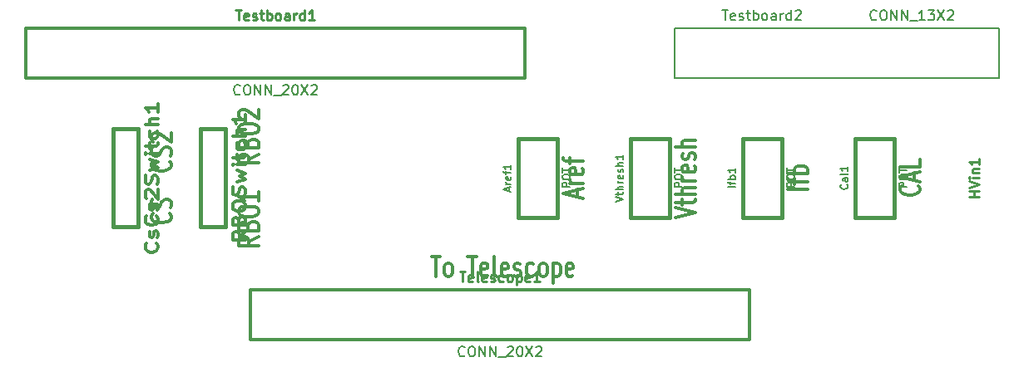
<source format=gto>
G04 (created by PCBNEW-RS274X (2012-01-19 BZR 3256)-stable) date 5/16/2012 3:34:04 PM*
G01*
G70*
G90*
%MOIN*%
G04 Gerber Fmt 3.4, Leading zero omitted, Abs format*
%FSLAX34Y34*%
G04 APERTURE LIST*
%ADD10C,0.006000*%
%ADD11C,0.012000*%
%ADD12C,0.008000*%
%ADD13C,0.015000*%
%ADD14C,0.010000*%
%ADD15C,0.005000*%
G04 APERTURE END LIST*
G54D10*
G54D11*
X62755Y-17654D02*
X63098Y-17654D01*
X62927Y-18454D02*
X62927Y-17654D01*
X63384Y-18454D02*
X63326Y-18416D01*
X63298Y-18378D01*
X63269Y-18301D01*
X63269Y-18073D01*
X63298Y-17997D01*
X63326Y-17959D01*
X63384Y-17920D01*
X63469Y-17920D01*
X63526Y-17959D01*
X63555Y-17997D01*
X63584Y-18073D01*
X63584Y-18301D01*
X63555Y-18378D01*
X63526Y-18416D01*
X63469Y-18454D01*
X63384Y-18454D01*
X64212Y-17654D02*
X64555Y-17654D01*
X64384Y-18454D02*
X64384Y-17654D01*
X64983Y-18416D02*
X64926Y-18454D01*
X64812Y-18454D01*
X64755Y-18416D01*
X64726Y-18340D01*
X64726Y-18035D01*
X64755Y-17959D01*
X64812Y-17920D01*
X64926Y-17920D01*
X64983Y-17959D01*
X65012Y-18035D01*
X65012Y-18111D01*
X64726Y-18187D01*
X65355Y-18454D02*
X65297Y-18416D01*
X65269Y-18340D01*
X65269Y-17654D01*
X65811Y-18416D02*
X65754Y-18454D01*
X65640Y-18454D01*
X65583Y-18416D01*
X65554Y-18340D01*
X65554Y-18035D01*
X65583Y-17959D01*
X65640Y-17920D01*
X65754Y-17920D01*
X65811Y-17959D01*
X65840Y-18035D01*
X65840Y-18111D01*
X65554Y-18187D01*
X66068Y-18416D02*
X66125Y-18454D01*
X66240Y-18454D01*
X66297Y-18416D01*
X66325Y-18340D01*
X66325Y-18301D01*
X66297Y-18225D01*
X66240Y-18187D01*
X66154Y-18187D01*
X66097Y-18149D01*
X66068Y-18073D01*
X66068Y-18035D01*
X66097Y-17959D01*
X66154Y-17920D01*
X66240Y-17920D01*
X66297Y-17959D01*
X66840Y-18416D02*
X66783Y-18454D01*
X66669Y-18454D01*
X66611Y-18416D01*
X66583Y-18378D01*
X66554Y-18301D01*
X66554Y-18073D01*
X66583Y-17997D01*
X66611Y-17959D01*
X66669Y-17920D01*
X66783Y-17920D01*
X66840Y-17959D01*
X67183Y-18454D02*
X67125Y-18416D01*
X67097Y-18378D01*
X67068Y-18301D01*
X67068Y-18073D01*
X67097Y-17997D01*
X67125Y-17959D01*
X67183Y-17920D01*
X67268Y-17920D01*
X67325Y-17959D01*
X67354Y-17997D01*
X67383Y-18073D01*
X67383Y-18301D01*
X67354Y-18378D01*
X67325Y-18416D01*
X67268Y-18454D01*
X67183Y-18454D01*
X67640Y-17920D02*
X67640Y-18720D01*
X67640Y-17959D02*
X67697Y-17920D01*
X67811Y-17920D01*
X67868Y-17959D01*
X67897Y-17997D01*
X67926Y-18073D01*
X67926Y-18301D01*
X67897Y-18378D01*
X67868Y-18416D01*
X67811Y-18454D01*
X67697Y-18454D01*
X67640Y-18416D01*
X68411Y-18416D02*
X68354Y-18454D01*
X68240Y-18454D01*
X68183Y-18416D01*
X68154Y-18340D01*
X68154Y-18035D01*
X68183Y-17959D01*
X68240Y-17920D01*
X68354Y-17920D01*
X68411Y-17959D01*
X68440Y-18035D01*
X68440Y-18111D01*
X68154Y-18187D01*
X52248Y-15927D02*
X52286Y-15956D01*
X52324Y-16042D01*
X52324Y-16099D01*
X52286Y-16184D01*
X52210Y-16242D01*
X52133Y-16270D01*
X51981Y-16299D01*
X51867Y-16299D01*
X51714Y-16270D01*
X51638Y-16242D01*
X51562Y-16184D01*
X51524Y-16099D01*
X51524Y-16042D01*
X51562Y-15956D01*
X51600Y-15927D01*
X52286Y-15699D02*
X52324Y-15613D01*
X52324Y-15470D01*
X52286Y-15413D01*
X52248Y-15384D01*
X52171Y-15356D01*
X52095Y-15356D01*
X52019Y-15384D01*
X51981Y-15413D01*
X51943Y-15470D01*
X51905Y-15584D01*
X51867Y-15642D01*
X51829Y-15670D01*
X51752Y-15699D01*
X51676Y-15699D01*
X51600Y-15670D01*
X51562Y-15642D01*
X51524Y-15584D01*
X51524Y-15442D01*
X51562Y-15356D01*
X52248Y-13842D02*
X52286Y-13871D01*
X52324Y-13957D01*
X52324Y-14014D01*
X52286Y-14099D01*
X52210Y-14157D01*
X52133Y-14185D01*
X51981Y-14214D01*
X51867Y-14214D01*
X51714Y-14185D01*
X51638Y-14157D01*
X51562Y-14099D01*
X51524Y-14014D01*
X51524Y-13957D01*
X51562Y-13871D01*
X51600Y-13842D01*
X52286Y-13614D02*
X52324Y-13528D01*
X52324Y-13385D01*
X52286Y-13328D01*
X52248Y-13299D01*
X52171Y-13271D01*
X52095Y-13271D01*
X52019Y-13299D01*
X51981Y-13328D01*
X51943Y-13385D01*
X51905Y-13499D01*
X51867Y-13557D01*
X51829Y-13585D01*
X51752Y-13614D01*
X51676Y-13614D01*
X51600Y-13585D01*
X51562Y-13557D01*
X51524Y-13499D01*
X51524Y-13357D01*
X51562Y-13271D01*
X51600Y-13043D02*
X51562Y-13014D01*
X51524Y-12957D01*
X51524Y-12814D01*
X51562Y-12757D01*
X51600Y-12728D01*
X51676Y-12700D01*
X51752Y-12700D01*
X51867Y-12728D01*
X52324Y-13071D01*
X52324Y-12700D01*
X55824Y-16871D02*
X55443Y-17071D01*
X55824Y-17214D02*
X55024Y-17214D01*
X55024Y-16986D01*
X55062Y-16928D01*
X55100Y-16900D01*
X55176Y-16871D01*
X55290Y-16871D01*
X55367Y-16900D01*
X55405Y-16928D01*
X55443Y-16986D01*
X55443Y-17214D01*
X55405Y-16414D02*
X55443Y-16328D01*
X55481Y-16300D01*
X55557Y-16271D01*
X55671Y-16271D01*
X55748Y-16300D01*
X55786Y-16328D01*
X55824Y-16386D01*
X55824Y-16614D01*
X55024Y-16614D01*
X55024Y-16414D01*
X55062Y-16357D01*
X55100Y-16328D01*
X55176Y-16300D01*
X55252Y-16300D01*
X55329Y-16328D01*
X55367Y-16357D01*
X55405Y-16414D01*
X55405Y-16614D01*
X55024Y-15900D02*
X55024Y-15786D01*
X55062Y-15728D01*
X55138Y-15671D01*
X55290Y-15643D01*
X55557Y-15643D01*
X55710Y-15671D01*
X55786Y-15728D01*
X55824Y-15786D01*
X55824Y-15900D01*
X55786Y-15957D01*
X55710Y-16014D01*
X55557Y-16043D01*
X55290Y-16043D01*
X55138Y-16014D01*
X55062Y-15957D01*
X55024Y-15900D01*
X55824Y-15071D02*
X55824Y-15414D01*
X55824Y-15242D02*
X55024Y-15242D01*
X55138Y-15299D01*
X55214Y-15357D01*
X55252Y-15414D01*
X55824Y-13557D02*
X55443Y-13757D01*
X55824Y-13900D02*
X55024Y-13900D01*
X55024Y-13672D01*
X55062Y-13614D01*
X55100Y-13586D01*
X55176Y-13557D01*
X55290Y-13557D01*
X55367Y-13586D01*
X55405Y-13614D01*
X55443Y-13672D01*
X55443Y-13900D01*
X55405Y-13100D02*
X55443Y-13014D01*
X55481Y-12986D01*
X55557Y-12957D01*
X55671Y-12957D01*
X55748Y-12986D01*
X55786Y-13014D01*
X55824Y-13072D01*
X55824Y-13300D01*
X55024Y-13300D01*
X55024Y-13100D01*
X55062Y-13043D01*
X55100Y-13014D01*
X55176Y-12986D01*
X55252Y-12986D01*
X55329Y-13014D01*
X55367Y-13043D01*
X55405Y-13100D01*
X55405Y-13300D01*
X55024Y-12586D02*
X55024Y-12472D01*
X55062Y-12414D01*
X55138Y-12357D01*
X55290Y-12329D01*
X55557Y-12329D01*
X55710Y-12357D01*
X55786Y-12414D01*
X55824Y-12472D01*
X55824Y-12586D01*
X55786Y-12643D01*
X55710Y-12700D01*
X55557Y-12729D01*
X55290Y-12729D01*
X55138Y-12700D01*
X55062Y-12643D01*
X55024Y-12586D01*
X55100Y-12100D02*
X55062Y-12071D01*
X55024Y-12014D01*
X55024Y-11871D01*
X55062Y-11814D01*
X55100Y-11785D01*
X55176Y-11757D01*
X55252Y-11757D01*
X55367Y-11785D01*
X55824Y-12128D01*
X55824Y-11757D01*
X68595Y-15257D02*
X68595Y-14971D01*
X68824Y-15314D02*
X68024Y-15114D01*
X68824Y-14914D01*
X68824Y-14714D02*
X68290Y-14714D01*
X68443Y-14714D02*
X68367Y-14686D01*
X68329Y-14657D01*
X68290Y-14600D01*
X68290Y-14543D01*
X68786Y-14115D02*
X68824Y-14172D01*
X68824Y-14286D01*
X68786Y-14343D01*
X68710Y-14372D01*
X68405Y-14372D01*
X68329Y-14343D01*
X68290Y-14286D01*
X68290Y-14172D01*
X68329Y-14115D01*
X68405Y-14086D01*
X68481Y-14086D01*
X68557Y-14372D01*
X68290Y-13915D02*
X68290Y-13686D01*
X68824Y-13829D02*
X68138Y-13829D01*
X68062Y-13801D01*
X68024Y-13743D01*
X68024Y-13686D01*
X82248Y-14814D02*
X82286Y-14843D01*
X82324Y-14929D01*
X82324Y-14986D01*
X82286Y-15071D01*
X82210Y-15129D01*
X82133Y-15157D01*
X81981Y-15186D01*
X81867Y-15186D01*
X81714Y-15157D01*
X81638Y-15129D01*
X81562Y-15071D01*
X81524Y-14986D01*
X81524Y-14929D01*
X81562Y-14843D01*
X81600Y-14814D01*
X82095Y-14586D02*
X82095Y-14300D01*
X82324Y-14643D02*
X81524Y-14443D01*
X82324Y-14243D01*
X82324Y-13757D02*
X82324Y-14043D01*
X81524Y-14043D01*
X77824Y-14943D02*
X77024Y-14943D01*
X77290Y-14743D02*
X77290Y-14514D01*
X77824Y-14657D02*
X77138Y-14657D01*
X77062Y-14629D01*
X77024Y-14571D01*
X77024Y-14514D01*
X77824Y-14314D02*
X77024Y-14314D01*
X77329Y-14314D02*
X77290Y-14257D01*
X77290Y-14143D01*
X77329Y-14086D01*
X77367Y-14057D01*
X77443Y-14028D01*
X77671Y-14028D01*
X77748Y-14057D01*
X77786Y-14086D01*
X77824Y-14143D01*
X77824Y-14257D01*
X77786Y-14314D01*
X72524Y-16100D02*
X73324Y-15900D01*
X72524Y-15700D01*
X72790Y-15586D02*
X72790Y-15357D01*
X72524Y-15500D02*
X73210Y-15500D01*
X73286Y-15472D01*
X73324Y-15414D01*
X73324Y-15357D01*
X73324Y-15157D02*
X72524Y-15157D01*
X73324Y-14900D02*
X72905Y-14900D01*
X72829Y-14929D01*
X72790Y-14986D01*
X72790Y-15071D01*
X72829Y-15129D01*
X72867Y-15157D01*
X73324Y-14614D02*
X72790Y-14614D01*
X72943Y-14614D02*
X72867Y-14586D01*
X72829Y-14557D01*
X72790Y-14500D01*
X72790Y-14443D01*
X73286Y-14015D02*
X73324Y-14072D01*
X73324Y-14186D01*
X73286Y-14243D01*
X73210Y-14272D01*
X72905Y-14272D01*
X72829Y-14243D01*
X72790Y-14186D01*
X72790Y-14072D01*
X72829Y-14015D01*
X72905Y-13986D01*
X72981Y-13986D01*
X73057Y-14272D01*
X73286Y-13758D02*
X73324Y-13701D01*
X73324Y-13586D01*
X73286Y-13529D01*
X73210Y-13501D01*
X73171Y-13501D01*
X73095Y-13529D01*
X73057Y-13586D01*
X73057Y-13672D01*
X73019Y-13729D01*
X72943Y-13758D01*
X72905Y-13758D01*
X72829Y-13729D01*
X72790Y-13672D01*
X72790Y-13586D01*
X72829Y-13529D01*
X73324Y-13243D02*
X72524Y-13243D01*
X73324Y-12986D02*
X72905Y-12986D01*
X72829Y-13015D01*
X72790Y-13072D01*
X72790Y-13157D01*
X72829Y-13215D01*
X72867Y-13243D01*
G54D12*
X72500Y-10500D02*
X85500Y-10500D01*
X85500Y-08500D02*
X72500Y-08500D01*
X72500Y-08500D02*
X72500Y-10500D01*
X85500Y-10500D02*
X85500Y-08500D01*
G54D11*
X66500Y-10500D02*
X46500Y-10500D01*
X66500Y-08500D02*
X46500Y-08500D01*
X66500Y-08500D02*
X66500Y-10500D01*
X46500Y-08500D02*
X46500Y-10500D01*
G54D13*
X50008Y-16469D02*
X50008Y-12531D01*
X50008Y-12531D02*
X50992Y-12531D01*
X50992Y-12531D02*
X50992Y-16469D01*
X50992Y-16469D02*
X50008Y-16469D01*
X53508Y-16469D02*
X53508Y-12531D01*
X53508Y-12531D02*
X54492Y-12531D01*
X54492Y-12531D02*
X54492Y-16469D01*
X54492Y-16469D02*
X53508Y-16469D01*
G54D11*
X75500Y-21000D02*
X55500Y-21000D01*
X75500Y-19000D02*
X55500Y-19000D01*
X75500Y-19000D02*
X75500Y-21000D01*
X55500Y-19000D02*
X55500Y-21000D01*
G54D13*
X67591Y-12925D02*
X67787Y-12925D01*
X67787Y-12925D02*
X67787Y-16075D01*
X67787Y-16075D02*
X67591Y-16075D01*
X66213Y-16075D02*
X66213Y-12925D01*
X66213Y-12925D02*
X67591Y-12925D01*
X67787Y-12925D02*
X67787Y-16075D01*
X67591Y-16075D02*
X66213Y-16075D01*
X81091Y-12925D02*
X81287Y-12925D01*
X81287Y-12925D02*
X81287Y-16075D01*
X81287Y-16075D02*
X81091Y-16075D01*
X79713Y-16075D02*
X79713Y-12925D01*
X79713Y-12925D02*
X81091Y-12925D01*
X81287Y-12925D02*
X81287Y-16075D01*
X81091Y-16075D02*
X79713Y-16075D01*
X76591Y-12925D02*
X76787Y-12925D01*
X76787Y-12925D02*
X76787Y-16075D01*
X76787Y-16075D02*
X76591Y-16075D01*
X75213Y-16075D02*
X75213Y-12925D01*
X75213Y-12925D02*
X76591Y-12925D01*
X76787Y-12925D02*
X76787Y-16075D01*
X76591Y-16075D02*
X75213Y-16075D01*
X72091Y-12925D02*
X72287Y-12925D01*
X72287Y-12925D02*
X72287Y-16075D01*
X72287Y-16075D02*
X72091Y-16075D01*
X70713Y-16075D02*
X70713Y-12925D01*
X70713Y-12925D02*
X72091Y-12925D01*
X72287Y-12925D02*
X72287Y-16075D01*
X72091Y-16075D02*
X70713Y-16075D01*
G54D12*
X74399Y-07762D02*
X74628Y-07762D01*
X74513Y-08162D02*
X74513Y-07762D01*
X74914Y-08143D02*
X74876Y-08162D01*
X74799Y-08162D01*
X74761Y-08143D01*
X74742Y-08105D01*
X74742Y-07952D01*
X74761Y-07914D01*
X74799Y-07895D01*
X74876Y-07895D01*
X74914Y-07914D01*
X74933Y-07952D01*
X74933Y-07990D01*
X74742Y-08029D01*
X75085Y-08143D02*
X75123Y-08162D01*
X75199Y-08162D01*
X75238Y-08143D01*
X75257Y-08105D01*
X75257Y-08086D01*
X75238Y-08048D01*
X75199Y-08029D01*
X75142Y-08029D01*
X75104Y-08010D01*
X75085Y-07971D01*
X75085Y-07952D01*
X75104Y-07914D01*
X75142Y-07895D01*
X75199Y-07895D01*
X75238Y-07914D01*
X75371Y-07895D02*
X75523Y-07895D01*
X75428Y-07762D02*
X75428Y-08105D01*
X75447Y-08143D01*
X75485Y-08162D01*
X75523Y-08162D01*
X75657Y-08162D02*
X75657Y-07762D01*
X75657Y-07914D02*
X75695Y-07895D01*
X75772Y-07895D01*
X75810Y-07914D01*
X75829Y-07933D01*
X75848Y-07971D01*
X75848Y-08086D01*
X75829Y-08124D01*
X75810Y-08143D01*
X75772Y-08162D01*
X75695Y-08162D01*
X75657Y-08143D01*
X76076Y-08162D02*
X76038Y-08143D01*
X76019Y-08124D01*
X76000Y-08086D01*
X76000Y-07971D01*
X76019Y-07933D01*
X76038Y-07914D01*
X76076Y-07895D01*
X76134Y-07895D01*
X76172Y-07914D01*
X76191Y-07933D01*
X76210Y-07971D01*
X76210Y-08086D01*
X76191Y-08124D01*
X76172Y-08143D01*
X76134Y-08162D01*
X76076Y-08162D01*
X76553Y-08162D02*
X76553Y-07952D01*
X76534Y-07914D01*
X76496Y-07895D01*
X76419Y-07895D01*
X76381Y-07914D01*
X76553Y-08143D02*
X76515Y-08162D01*
X76419Y-08162D01*
X76381Y-08143D01*
X76362Y-08105D01*
X76362Y-08067D01*
X76381Y-08029D01*
X76419Y-08010D01*
X76515Y-08010D01*
X76553Y-07990D01*
X76743Y-08162D02*
X76743Y-07895D01*
X76743Y-07971D02*
X76762Y-07933D01*
X76781Y-07914D01*
X76819Y-07895D01*
X76858Y-07895D01*
X77163Y-08162D02*
X77163Y-07762D01*
X77163Y-08143D02*
X77125Y-08162D01*
X77048Y-08162D01*
X77010Y-08143D01*
X76991Y-08124D01*
X76972Y-08086D01*
X76972Y-07971D01*
X76991Y-07933D01*
X77010Y-07914D01*
X77048Y-07895D01*
X77125Y-07895D01*
X77163Y-07914D01*
X77334Y-07800D02*
X77353Y-07781D01*
X77391Y-07762D01*
X77487Y-07762D01*
X77525Y-07781D01*
X77544Y-07800D01*
X77563Y-07838D01*
X77563Y-07876D01*
X77544Y-07933D01*
X77315Y-08162D01*
X77563Y-08162D01*
X80581Y-08124D02*
X80562Y-08143D01*
X80505Y-08162D01*
X80467Y-08162D01*
X80409Y-08143D01*
X80371Y-08105D01*
X80352Y-08067D01*
X80333Y-07990D01*
X80333Y-07933D01*
X80352Y-07857D01*
X80371Y-07819D01*
X80409Y-07781D01*
X80467Y-07762D01*
X80505Y-07762D01*
X80562Y-07781D01*
X80581Y-07800D01*
X80828Y-07762D02*
X80905Y-07762D01*
X80943Y-07781D01*
X80981Y-07819D01*
X81000Y-07895D01*
X81000Y-08029D01*
X80981Y-08105D01*
X80943Y-08143D01*
X80905Y-08162D01*
X80828Y-08162D01*
X80790Y-08143D01*
X80752Y-08105D01*
X80733Y-08029D01*
X80733Y-07895D01*
X80752Y-07819D01*
X80790Y-07781D01*
X80828Y-07762D01*
X81171Y-08162D02*
X81171Y-07762D01*
X81400Y-08162D01*
X81400Y-07762D01*
X81590Y-08162D02*
X81590Y-07762D01*
X81819Y-08162D01*
X81819Y-07762D01*
X81914Y-08200D02*
X82219Y-08200D01*
X82524Y-08162D02*
X82295Y-08162D01*
X82409Y-08162D02*
X82409Y-07762D01*
X82371Y-07819D01*
X82333Y-07857D01*
X82295Y-07876D01*
X82657Y-07762D02*
X82905Y-07762D01*
X82771Y-07914D01*
X82829Y-07914D01*
X82867Y-07933D01*
X82886Y-07952D01*
X82905Y-07990D01*
X82905Y-08086D01*
X82886Y-08124D01*
X82867Y-08143D01*
X82829Y-08162D01*
X82714Y-08162D01*
X82676Y-08143D01*
X82657Y-08124D01*
X83038Y-07762D02*
X83305Y-08162D01*
X83305Y-07762D02*
X83038Y-08162D01*
X83438Y-07800D02*
X83457Y-07781D01*
X83495Y-07762D01*
X83591Y-07762D01*
X83629Y-07781D01*
X83648Y-07800D01*
X83667Y-07838D01*
X83667Y-07876D01*
X83648Y-07933D01*
X83419Y-08162D01*
X83667Y-08162D01*
G54D14*
X54899Y-07762D02*
X55128Y-07762D01*
X55013Y-08162D02*
X55013Y-07762D01*
X55414Y-08143D02*
X55376Y-08162D01*
X55299Y-08162D01*
X55261Y-08143D01*
X55242Y-08105D01*
X55242Y-07952D01*
X55261Y-07914D01*
X55299Y-07895D01*
X55376Y-07895D01*
X55414Y-07914D01*
X55433Y-07952D01*
X55433Y-07990D01*
X55242Y-08029D01*
X55585Y-08143D02*
X55623Y-08162D01*
X55699Y-08162D01*
X55738Y-08143D01*
X55757Y-08105D01*
X55757Y-08086D01*
X55738Y-08048D01*
X55699Y-08029D01*
X55642Y-08029D01*
X55604Y-08010D01*
X55585Y-07971D01*
X55585Y-07952D01*
X55604Y-07914D01*
X55642Y-07895D01*
X55699Y-07895D01*
X55738Y-07914D01*
X55871Y-07895D02*
X56023Y-07895D01*
X55928Y-07762D02*
X55928Y-08105D01*
X55947Y-08143D01*
X55985Y-08162D01*
X56023Y-08162D01*
X56157Y-08162D02*
X56157Y-07762D01*
X56157Y-07914D02*
X56195Y-07895D01*
X56272Y-07895D01*
X56310Y-07914D01*
X56329Y-07933D01*
X56348Y-07971D01*
X56348Y-08086D01*
X56329Y-08124D01*
X56310Y-08143D01*
X56272Y-08162D01*
X56195Y-08162D01*
X56157Y-08143D01*
X56576Y-08162D02*
X56538Y-08143D01*
X56519Y-08124D01*
X56500Y-08086D01*
X56500Y-07971D01*
X56519Y-07933D01*
X56538Y-07914D01*
X56576Y-07895D01*
X56634Y-07895D01*
X56672Y-07914D01*
X56691Y-07933D01*
X56710Y-07971D01*
X56710Y-08086D01*
X56691Y-08124D01*
X56672Y-08143D01*
X56634Y-08162D01*
X56576Y-08162D01*
X57053Y-08162D02*
X57053Y-07952D01*
X57034Y-07914D01*
X56996Y-07895D01*
X56919Y-07895D01*
X56881Y-07914D01*
X57053Y-08143D02*
X57015Y-08162D01*
X56919Y-08162D01*
X56881Y-08143D01*
X56862Y-08105D01*
X56862Y-08067D01*
X56881Y-08029D01*
X56919Y-08010D01*
X57015Y-08010D01*
X57053Y-07990D01*
X57243Y-08162D02*
X57243Y-07895D01*
X57243Y-07971D02*
X57262Y-07933D01*
X57281Y-07914D01*
X57319Y-07895D01*
X57358Y-07895D01*
X57663Y-08162D02*
X57663Y-07762D01*
X57663Y-08143D02*
X57625Y-08162D01*
X57548Y-08162D01*
X57510Y-08143D01*
X57491Y-08124D01*
X57472Y-08086D01*
X57472Y-07971D01*
X57491Y-07933D01*
X57510Y-07914D01*
X57548Y-07895D01*
X57625Y-07895D01*
X57663Y-07914D01*
X58063Y-08162D02*
X57834Y-08162D01*
X57948Y-08162D02*
X57948Y-07762D01*
X57910Y-07819D01*
X57872Y-07857D01*
X57834Y-07876D01*
G54D12*
X55081Y-11124D02*
X55062Y-11143D01*
X55005Y-11162D01*
X54967Y-11162D01*
X54909Y-11143D01*
X54871Y-11105D01*
X54852Y-11067D01*
X54833Y-10990D01*
X54833Y-10933D01*
X54852Y-10857D01*
X54871Y-10819D01*
X54909Y-10781D01*
X54967Y-10762D01*
X55005Y-10762D01*
X55062Y-10781D01*
X55081Y-10800D01*
X55328Y-10762D02*
X55405Y-10762D01*
X55443Y-10781D01*
X55481Y-10819D01*
X55500Y-10895D01*
X55500Y-11029D01*
X55481Y-11105D01*
X55443Y-11143D01*
X55405Y-11162D01*
X55328Y-11162D01*
X55290Y-11143D01*
X55252Y-11105D01*
X55233Y-11029D01*
X55233Y-10895D01*
X55252Y-10819D01*
X55290Y-10781D01*
X55328Y-10762D01*
X55671Y-11162D02*
X55671Y-10762D01*
X55900Y-11162D01*
X55900Y-10762D01*
X56090Y-11162D02*
X56090Y-10762D01*
X56319Y-11162D01*
X56319Y-10762D01*
X56414Y-11200D02*
X56719Y-11200D01*
X56795Y-10800D02*
X56814Y-10781D01*
X56852Y-10762D01*
X56948Y-10762D01*
X56986Y-10781D01*
X57005Y-10800D01*
X57024Y-10838D01*
X57024Y-10876D01*
X57005Y-10933D01*
X56776Y-11162D01*
X57024Y-11162D01*
X57271Y-10762D02*
X57310Y-10762D01*
X57348Y-10781D01*
X57367Y-10800D01*
X57386Y-10838D01*
X57405Y-10914D01*
X57405Y-11010D01*
X57386Y-11086D01*
X57367Y-11124D01*
X57348Y-11143D01*
X57310Y-11162D01*
X57271Y-11162D01*
X57233Y-11143D01*
X57214Y-11124D01*
X57195Y-11086D01*
X57176Y-11010D01*
X57176Y-10914D01*
X57195Y-10838D01*
X57214Y-10800D01*
X57233Y-10781D01*
X57271Y-10762D01*
X57538Y-10762D02*
X57805Y-11162D01*
X57805Y-10762D02*
X57538Y-11162D01*
X57938Y-10800D02*
X57957Y-10781D01*
X57995Y-10762D01*
X58091Y-10762D01*
X58129Y-10781D01*
X58148Y-10800D01*
X58167Y-10838D01*
X58167Y-10876D01*
X58148Y-10933D01*
X57919Y-11162D01*
X58167Y-11162D01*
G54D11*
X51738Y-17114D02*
X51762Y-17143D01*
X51785Y-17229D01*
X51785Y-17286D01*
X51762Y-17371D01*
X51714Y-17429D01*
X51666Y-17457D01*
X51571Y-17486D01*
X51500Y-17486D01*
X51404Y-17457D01*
X51357Y-17429D01*
X51309Y-17371D01*
X51285Y-17286D01*
X51285Y-17229D01*
X51309Y-17143D01*
X51333Y-17114D01*
X51762Y-16886D02*
X51785Y-16829D01*
X51785Y-16714D01*
X51762Y-16657D01*
X51714Y-16629D01*
X51690Y-16629D01*
X51643Y-16657D01*
X51619Y-16714D01*
X51619Y-16800D01*
X51595Y-16857D01*
X51547Y-16886D01*
X51523Y-16886D01*
X51476Y-16857D01*
X51452Y-16800D01*
X51452Y-16714D01*
X51476Y-16657D01*
X51738Y-16028D02*
X51762Y-16057D01*
X51785Y-16143D01*
X51785Y-16200D01*
X51762Y-16285D01*
X51714Y-16343D01*
X51666Y-16371D01*
X51571Y-16400D01*
X51500Y-16400D01*
X51404Y-16371D01*
X51357Y-16343D01*
X51309Y-16285D01*
X51285Y-16200D01*
X51285Y-16143D01*
X51309Y-16057D01*
X51333Y-16028D01*
X51762Y-15800D02*
X51785Y-15743D01*
X51785Y-15628D01*
X51762Y-15571D01*
X51714Y-15543D01*
X51690Y-15543D01*
X51643Y-15571D01*
X51619Y-15628D01*
X51619Y-15714D01*
X51595Y-15771D01*
X51547Y-15800D01*
X51523Y-15800D01*
X51476Y-15771D01*
X51452Y-15714D01*
X51452Y-15628D01*
X51476Y-15571D01*
X51333Y-15314D02*
X51309Y-15285D01*
X51285Y-15228D01*
X51285Y-15085D01*
X51309Y-15028D01*
X51333Y-14999D01*
X51381Y-14971D01*
X51428Y-14971D01*
X51500Y-14999D01*
X51785Y-15342D01*
X51785Y-14971D01*
X51762Y-14743D02*
X51785Y-14657D01*
X51785Y-14514D01*
X51762Y-14457D01*
X51738Y-14428D01*
X51690Y-14400D01*
X51643Y-14400D01*
X51595Y-14428D01*
X51571Y-14457D01*
X51547Y-14514D01*
X51523Y-14628D01*
X51500Y-14686D01*
X51476Y-14714D01*
X51428Y-14743D01*
X51381Y-14743D01*
X51333Y-14714D01*
X51309Y-14686D01*
X51285Y-14628D01*
X51285Y-14486D01*
X51309Y-14400D01*
X51452Y-14200D02*
X51785Y-14086D01*
X51547Y-13972D01*
X51785Y-13857D01*
X51452Y-13743D01*
X51785Y-13514D02*
X51452Y-13514D01*
X51285Y-13514D02*
X51309Y-13543D01*
X51333Y-13514D01*
X51309Y-13486D01*
X51285Y-13514D01*
X51333Y-13514D01*
X51452Y-13314D02*
X51452Y-13085D01*
X51285Y-13228D02*
X51714Y-13228D01*
X51762Y-13200D01*
X51785Y-13142D01*
X51785Y-13085D01*
X51762Y-12628D02*
X51785Y-12685D01*
X51785Y-12799D01*
X51762Y-12857D01*
X51738Y-12885D01*
X51690Y-12914D01*
X51547Y-12914D01*
X51500Y-12885D01*
X51476Y-12857D01*
X51452Y-12799D01*
X51452Y-12685D01*
X51476Y-12628D01*
X51785Y-12371D02*
X51285Y-12371D01*
X51785Y-12114D02*
X51523Y-12114D01*
X51476Y-12143D01*
X51452Y-12200D01*
X51452Y-12285D01*
X51476Y-12343D01*
X51500Y-12371D01*
X51785Y-11514D02*
X51785Y-11857D01*
X51785Y-11685D02*
X51285Y-11685D01*
X51357Y-11742D01*
X51404Y-11800D01*
X51428Y-11857D01*
X55285Y-16657D02*
X55047Y-16857D01*
X55285Y-17000D02*
X54785Y-17000D01*
X54785Y-16772D01*
X54809Y-16714D01*
X54833Y-16686D01*
X54881Y-16657D01*
X54952Y-16657D01*
X55000Y-16686D01*
X55023Y-16714D01*
X55047Y-16772D01*
X55047Y-17000D01*
X55023Y-16200D02*
X55047Y-16114D01*
X55071Y-16086D01*
X55119Y-16057D01*
X55190Y-16057D01*
X55238Y-16086D01*
X55262Y-16114D01*
X55285Y-16172D01*
X55285Y-16400D01*
X54785Y-16400D01*
X54785Y-16200D01*
X54809Y-16143D01*
X54833Y-16114D01*
X54881Y-16086D01*
X54928Y-16086D01*
X54976Y-16114D01*
X55000Y-16143D01*
X55023Y-16200D01*
X55023Y-16400D01*
X54785Y-15686D02*
X54785Y-15572D01*
X54809Y-15514D01*
X54857Y-15457D01*
X54952Y-15429D01*
X55119Y-15429D01*
X55214Y-15457D01*
X55262Y-15514D01*
X55285Y-15572D01*
X55285Y-15686D01*
X55262Y-15743D01*
X55214Y-15800D01*
X55119Y-15829D01*
X54952Y-15829D01*
X54857Y-15800D01*
X54809Y-15743D01*
X54785Y-15686D01*
X55262Y-15200D02*
X55285Y-15114D01*
X55285Y-14971D01*
X55262Y-14914D01*
X55238Y-14885D01*
X55190Y-14857D01*
X55143Y-14857D01*
X55095Y-14885D01*
X55071Y-14914D01*
X55047Y-14971D01*
X55023Y-15085D01*
X55000Y-15143D01*
X54976Y-15171D01*
X54928Y-15200D01*
X54881Y-15200D01*
X54833Y-15171D01*
X54809Y-15143D01*
X54785Y-15085D01*
X54785Y-14943D01*
X54809Y-14857D01*
X54952Y-14657D02*
X55285Y-14543D01*
X55047Y-14429D01*
X55285Y-14314D01*
X54952Y-14200D01*
X55285Y-13971D02*
X54952Y-13971D01*
X54785Y-13971D02*
X54809Y-14000D01*
X54833Y-13971D01*
X54809Y-13943D01*
X54785Y-13971D01*
X54833Y-13971D01*
X54952Y-13771D02*
X54952Y-13542D01*
X54785Y-13685D02*
X55214Y-13685D01*
X55262Y-13657D01*
X55285Y-13599D01*
X55285Y-13542D01*
X55262Y-13085D02*
X55285Y-13142D01*
X55285Y-13256D01*
X55262Y-13314D01*
X55238Y-13342D01*
X55190Y-13371D01*
X55047Y-13371D01*
X55000Y-13342D01*
X54976Y-13314D01*
X54952Y-13256D01*
X54952Y-13142D01*
X54976Y-13085D01*
X55285Y-12828D02*
X54785Y-12828D01*
X55285Y-12571D02*
X55023Y-12571D01*
X54976Y-12600D01*
X54952Y-12657D01*
X54952Y-12742D01*
X54976Y-12800D01*
X55000Y-12828D01*
X55285Y-11971D02*
X55285Y-12314D01*
X55285Y-12142D02*
X54785Y-12142D01*
X54857Y-12199D01*
X54904Y-12257D01*
X54928Y-12314D01*
G54D14*
X63880Y-18262D02*
X64109Y-18262D01*
X63994Y-18662D02*
X63994Y-18262D01*
X64395Y-18643D02*
X64357Y-18662D01*
X64280Y-18662D01*
X64242Y-18643D01*
X64223Y-18605D01*
X64223Y-18452D01*
X64242Y-18414D01*
X64280Y-18395D01*
X64357Y-18395D01*
X64395Y-18414D01*
X64414Y-18452D01*
X64414Y-18490D01*
X64223Y-18529D01*
X64642Y-18662D02*
X64604Y-18643D01*
X64585Y-18605D01*
X64585Y-18262D01*
X64948Y-18643D02*
X64910Y-18662D01*
X64833Y-18662D01*
X64795Y-18643D01*
X64776Y-18605D01*
X64776Y-18452D01*
X64795Y-18414D01*
X64833Y-18395D01*
X64910Y-18395D01*
X64948Y-18414D01*
X64967Y-18452D01*
X64967Y-18490D01*
X64776Y-18529D01*
X65119Y-18643D02*
X65157Y-18662D01*
X65233Y-18662D01*
X65272Y-18643D01*
X65291Y-18605D01*
X65291Y-18586D01*
X65272Y-18548D01*
X65233Y-18529D01*
X65176Y-18529D01*
X65138Y-18510D01*
X65119Y-18471D01*
X65119Y-18452D01*
X65138Y-18414D01*
X65176Y-18395D01*
X65233Y-18395D01*
X65272Y-18414D01*
X65634Y-18643D02*
X65596Y-18662D01*
X65519Y-18662D01*
X65481Y-18643D01*
X65462Y-18624D01*
X65443Y-18586D01*
X65443Y-18471D01*
X65462Y-18433D01*
X65481Y-18414D01*
X65519Y-18395D01*
X65596Y-18395D01*
X65634Y-18414D01*
X65862Y-18662D02*
X65824Y-18643D01*
X65805Y-18624D01*
X65786Y-18586D01*
X65786Y-18471D01*
X65805Y-18433D01*
X65824Y-18414D01*
X65862Y-18395D01*
X65920Y-18395D01*
X65958Y-18414D01*
X65977Y-18433D01*
X65996Y-18471D01*
X65996Y-18586D01*
X65977Y-18624D01*
X65958Y-18643D01*
X65920Y-18662D01*
X65862Y-18662D01*
X66167Y-18395D02*
X66167Y-18795D01*
X66167Y-18414D02*
X66205Y-18395D01*
X66282Y-18395D01*
X66320Y-18414D01*
X66339Y-18433D01*
X66358Y-18471D01*
X66358Y-18586D01*
X66339Y-18624D01*
X66320Y-18643D01*
X66282Y-18662D01*
X66205Y-18662D01*
X66167Y-18643D01*
X66682Y-18643D02*
X66644Y-18662D01*
X66567Y-18662D01*
X66529Y-18643D01*
X66510Y-18605D01*
X66510Y-18452D01*
X66529Y-18414D01*
X66567Y-18395D01*
X66644Y-18395D01*
X66682Y-18414D01*
X66701Y-18452D01*
X66701Y-18490D01*
X66510Y-18529D01*
X67082Y-18662D02*
X66853Y-18662D01*
X66967Y-18662D02*
X66967Y-18262D01*
X66929Y-18319D01*
X66891Y-18357D01*
X66853Y-18376D01*
G54D12*
X64081Y-21624D02*
X64062Y-21643D01*
X64005Y-21662D01*
X63967Y-21662D01*
X63909Y-21643D01*
X63871Y-21605D01*
X63852Y-21567D01*
X63833Y-21490D01*
X63833Y-21433D01*
X63852Y-21357D01*
X63871Y-21319D01*
X63909Y-21281D01*
X63967Y-21262D01*
X64005Y-21262D01*
X64062Y-21281D01*
X64081Y-21300D01*
X64328Y-21262D02*
X64405Y-21262D01*
X64443Y-21281D01*
X64481Y-21319D01*
X64500Y-21395D01*
X64500Y-21529D01*
X64481Y-21605D01*
X64443Y-21643D01*
X64405Y-21662D01*
X64328Y-21662D01*
X64290Y-21643D01*
X64252Y-21605D01*
X64233Y-21529D01*
X64233Y-21395D01*
X64252Y-21319D01*
X64290Y-21281D01*
X64328Y-21262D01*
X64671Y-21662D02*
X64671Y-21262D01*
X64900Y-21662D01*
X64900Y-21262D01*
X65090Y-21662D02*
X65090Y-21262D01*
X65319Y-21662D01*
X65319Y-21262D01*
X65414Y-21700D02*
X65719Y-21700D01*
X65795Y-21300D02*
X65814Y-21281D01*
X65852Y-21262D01*
X65948Y-21262D01*
X65986Y-21281D01*
X66005Y-21300D01*
X66024Y-21338D01*
X66024Y-21376D01*
X66005Y-21433D01*
X65776Y-21662D01*
X66024Y-21662D01*
X66271Y-21262D02*
X66310Y-21262D01*
X66348Y-21281D01*
X66367Y-21300D01*
X66386Y-21338D01*
X66405Y-21414D01*
X66405Y-21510D01*
X66386Y-21586D01*
X66367Y-21624D01*
X66348Y-21643D01*
X66310Y-21662D01*
X66271Y-21662D01*
X66233Y-21643D01*
X66214Y-21624D01*
X66195Y-21586D01*
X66176Y-21510D01*
X66176Y-21414D01*
X66195Y-21338D01*
X66214Y-21300D01*
X66233Y-21281D01*
X66271Y-21262D01*
X66538Y-21262D02*
X66805Y-21662D01*
X66805Y-21262D02*
X66538Y-21662D01*
X66938Y-21300D02*
X66957Y-21281D01*
X66995Y-21262D01*
X67091Y-21262D01*
X67129Y-21281D01*
X67148Y-21300D01*
X67167Y-21338D01*
X67167Y-21376D01*
X67148Y-21433D01*
X66919Y-21662D01*
X67167Y-21662D01*
G54D15*
X65855Y-15021D02*
X65855Y-14878D01*
X65940Y-15049D02*
X65640Y-14949D01*
X65940Y-14849D01*
X65940Y-14750D02*
X65740Y-14750D01*
X65798Y-14750D02*
X65769Y-14735D01*
X65755Y-14721D01*
X65740Y-14692D01*
X65740Y-14664D01*
X65926Y-14449D02*
X65940Y-14478D01*
X65940Y-14535D01*
X65926Y-14564D01*
X65898Y-14578D01*
X65783Y-14578D01*
X65755Y-14564D01*
X65740Y-14535D01*
X65740Y-14478D01*
X65755Y-14449D01*
X65783Y-14435D01*
X65812Y-14435D01*
X65840Y-14578D01*
X65740Y-14349D02*
X65740Y-14235D01*
X65940Y-14307D02*
X65683Y-14307D01*
X65655Y-14292D01*
X65640Y-14264D01*
X65640Y-14235D01*
X65940Y-13978D02*
X65940Y-14150D01*
X65940Y-14064D02*
X65640Y-14064D01*
X65683Y-14093D01*
X65712Y-14121D01*
X65726Y-14150D01*
X68302Y-14850D02*
X68002Y-14850D01*
X68002Y-14735D01*
X68017Y-14707D01*
X68031Y-14692D01*
X68060Y-14678D01*
X68102Y-14678D01*
X68131Y-14692D01*
X68145Y-14707D01*
X68160Y-14735D01*
X68160Y-14850D01*
X68002Y-14492D02*
X68002Y-14435D01*
X68017Y-14407D01*
X68045Y-14378D01*
X68102Y-14364D01*
X68202Y-14364D01*
X68260Y-14378D01*
X68288Y-14407D01*
X68302Y-14435D01*
X68302Y-14492D01*
X68288Y-14521D01*
X68260Y-14550D01*
X68202Y-14564D01*
X68102Y-14564D01*
X68045Y-14550D01*
X68017Y-14521D01*
X68002Y-14492D01*
X68002Y-14278D02*
X68002Y-14107D01*
X68302Y-14193D02*
X68002Y-14193D01*
X79412Y-14764D02*
X79426Y-14778D01*
X79440Y-14821D01*
X79440Y-14850D01*
X79426Y-14893D01*
X79398Y-14921D01*
X79369Y-14936D01*
X79312Y-14950D01*
X79269Y-14950D01*
X79212Y-14936D01*
X79183Y-14921D01*
X79155Y-14893D01*
X79140Y-14850D01*
X79140Y-14821D01*
X79155Y-14778D01*
X79169Y-14764D01*
X79440Y-14507D02*
X79283Y-14507D01*
X79255Y-14521D01*
X79240Y-14550D01*
X79240Y-14607D01*
X79255Y-14636D01*
X79426Y-14507D02*
X79440Y-14536D01*
X79440Y-14607D01*
X79426Y-14636D01*
X79398Y-14650D01*
X79369Y-14650D01*
X79340Y-14636D01*
X79326Y-14607D01*
X79326Y-14536D01*
X79312Y-14507D01*
X79440Y-14322D02*
X79426Y-14350D01*
X79398Y-14365D01*
X79140Y-14365D01*
X79440Y-14050D02*
X79440Y-14222D01*
X79440Y-14136D02*
X79140Y-14136D01*
X79183Y-14165D01*
X79212Y-14193D01*
X79226Y-14222D01*
X81802Y-14850D02*
X81502Y-14850D01*
X81502Y-14735D01*
X81517Y-14707D01*
X81531Y-14692D01*
X81560Y-14678D01*
X81602Y-14678D01*
X81631Y-14692D01*
X81645Y-14707D01*
X81660Y-14735D01*
X81660Y-14850D01*
X81502Y-14492D02*
X81502Y-14435D01*
X81517Y-14407D01*
X81545Y-14378D01*
X81602Y-14364D01*
X81702Y-14364D01*
X81760Y-14378D01*
X81788Y-14407D01*
X81802Y-14435D01*
X81802Y-14492D01*
X81788Y-14521D01*
X81760Y-14550D01*
X81702Y-14564D01*
X81602Y-14564D01*
X81545Y-14550D01*
X81517Y-14521D01*
X81502Y-14492D01*
X81502Y-14278D02*
X81502Y-14107D01*
X81802Y-14193D02*
X81502Y-14193D01*
X74940Y-14864D02*
X74640Y-14864D01*
X74740Y-14763D02*
X74740Y-14649D01*
X74940Y-14721D02*
X74683Y-14721D01*
X74655Y-14706D01*
X74640Y-14678D01*
X74640Y-14649D01*
X74940Y-14550D02*
X74640Y-14550D01*
X74755Y-14550D02*
X74740Y-14521D01*
X74740Y-14464D01*
X74755Y-14435D01*
X74769Y-14421D01*
X74798Y-14407D01*
X74883Y-14407D01*
X74912Y-14421D01*
X74926Y-14435D01*
X74940Y-14464D01*
X74940Y-14521D01*
X74926Y-14550D01*
X74940Y-14121D02*
X74940Y-14293D01*
X74940Y-14207D02*
X74640Y-14207D01*
X74683Y-14236D01*
X74712Y-14264D01*
X74726Y-14293D01*
X77302Y-14850D02*
X77002Y-14850D01*
X77002Y-14735D01*
X77017Y-14707D01*
X77031Y-14692D01*
X77060Y-14678D01*
X77102Y-14678D01*
X77131Y-14692D01*
X77145Y-14707D01*
X77160Y-14735D01*
X77160Y-14850D01*
X77002Y-14492D02*
X77002Y-14435D01*
X77017Y-14407D01*
X77045Y-14378D01*
X77102Y-14364D01*
X77202Y-14364D01*
X77260Y-14378D01*
X77288Y-14407D01*
X77302Y-14435D01*
X77302Y-14492D01*
X77288Y-14521D01*
X77260Y-14550D01*
X77202Y-14564D01*
X77102Y-14564D01*
X77045Y-14550D01*
X77017Y-14521D01*
X77002Y-14492D01*
X77002Y-14278D02*
X77002Y-14107D01*
X77302Y-14193D02*
X77002Y-14193D01*
X70140Y-15442D02*
X70440Y-15342D01*
X70140Y-15242D01*
X70240Y-15185D02*
X70240Y-15071D01*
X70140Y-15143D02*
X70398Y-15143D01*
X70426Y-15128D01*
X70440Y-15100D01*
X70440Y-15071D01*
X70440Y-14972D02*
X70140Y-14972D01*
X70440Y-14843D02*
X70283Y-14843D01*
X70255Y-14857D01*
X70240Y-14886D01*
X70240Y-14929D01*
X70255Y-14957D01*
X70269Y-14972D01*
X70440Y-14701D02*
X70240Y-14701D01*
X70298Y-14701D02*
X70269Y-14686D01*
X70255Y-14672D01*
X70240Y-14643D01*
X70240Y-14615D01*
X70426Y-14400D02*
X70440Y-14429D01*
X70440Y-14486D01*
X70426Y-14515D01*
X70398Y-14529D01*
X70283Y-14529D01*
X70255Y-14515D01*
X70240Y-14486D01*
X70240Y-14429D01*
X70255Y-14400D01*
X70283Y-14386D01*
X70312Y-14386D01*
X70340Y-14529D01*
X70426Y-14272D02*
X70440Y-14243D01*
X70440Y-14186D01*
X70426Y-14158D01*
X70398Y-14143D01*
X70383Y-14143D01*
X70355Y-14158D01*
X70340Y-14186D01*
X70340Y-14229D01*
X70326Y-14258D01*
X70298Y-14272D01*
X70283Y-14272D01*
X70255Y-14258D01*
X70240Y-14229D01*
X70240Y-14186D01*
X70255Y-14158D01*
X70440Y-14015D02*
X70140Y-14015D01*
X70440Y-13886D02*
X70283Y-13886D01*
X70255Y-13900D01*
X70240Y-13929D01*
X70240Y-13972D01*
X70255Y-14000D01*
X70269Y-14015D01*
X70440Y-13586D02*
X70440Y-13758D01*
X70440Y-13672D02*
X70140Y-13672D01*
X70183Y-13701D01*
X70212Y-13729D01*
X70226Y-13758D01*
X72802Y-14850D02*
X72502Y-14850D01*
X72502Y-14735D01*
X72517Y-14707D01*
X72531Y-14692D01*
X72560Y-14678D01*
X72602Y-14678D01*
X72631Y-14692D01*
X72645Y-14707D01*
X72660Y-14735D01*
X72660Y-14850D01*
X72502Y-14492D02*
X72502Y-14435D01*
X72517Y-14407D01*
X72545Y-14378D01*
X72602Y-14364D01*
X72702Y-14364D01*
X72760Y-14378D01*
X72788Y-14407D01*
X72802Y-14435D01*
X72802Y-14492D01*
X72788Y-14521D01*
X72760Y-14550D01*
X72702Y-14564D01*
X72602Y-14564D01*
X72545Y-14550D01*
X72517Y-14521D01*
X72502Y-14492D01*
X72502Y-14278D02*
X72502Y-14107D01*
X72802Y-14193D02*
X72502Y-14193D01*
G54D14*
X84693Y-15252D02*
X84293Y-15252D01*
X84483Y-15252D02*
X84483Y-15023D01*
X84693Y-15023D02*
X84293Y-15023D01*
X84293Y-14890D02*
X84693Y-14757D01*
X84293Y-14623D01*
X84693Y-14490D02*
X84426Y-14490D01*
X84293Y-14490D02*
X84312Y-14509D01*
X84331Y-14490D01*
X84312Y-14471D01*
X84293Y-14490D01*
X84331Y-14490D01*
X84426Y-14300D02*
X84693Y-14300D01*
X84464Y-14300D02*
X84445Y-14281D01*
X84426Y-14243D01*
X84426Y-14185D01*
X84445Y-14147D01*
X84483Y-14128D01*
X84693Y-14128D01*
X84693Y-13728D02*
X84693Y-13957D01*
X84693Y-13843D02*
X84293Y-13843D01*
X84350Y-13881D01*
X84388Y-13919D01*
X84407Y-13957D01*
M02*

</source>
